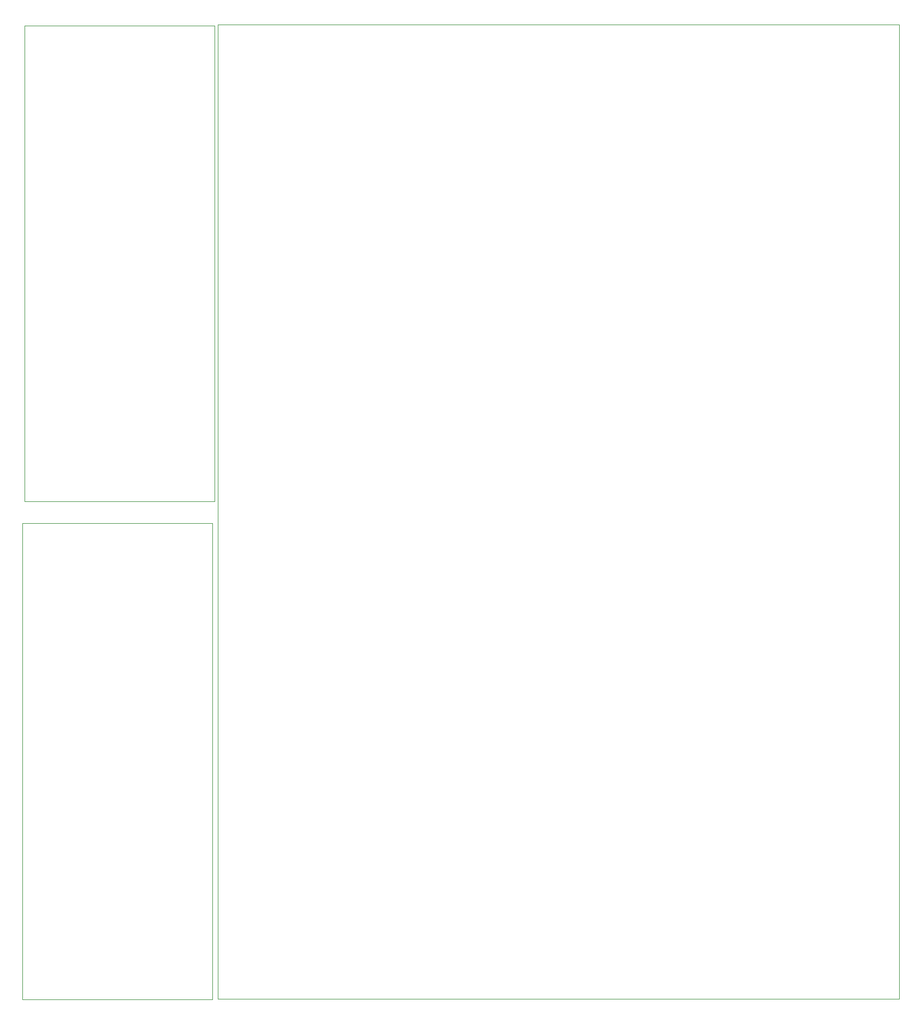
<source format=gbr>
%TF.GenerationSoftware,KiCad,Pcbnew,(7.0.0)*%
%TF.CreationDate,2024-10-30T08:51:02+03:30*%
%TF.ProjectId,tester supply,74657374-6572-4207-9375-70706c792e6b,rev?*%
%TF.SameCoordinates,Original*%
%TF.FileFunction,Profile,NP*%
%FSLAX46Y46*%
G04 Gerber Fmt 4.6, Leading zero omitted, Abs format (unit mm)*
G04 Created by KiCad (PCBNEW (7.0.0)) date 2024-10-30 08:51:02*
%MOMM*%
%LPD*%
G01*
G04 APERTURE LIST*
%TA.AperFunction,Profile*%
%ADD10C,0.100000*%
%TD*%
G04 APERTURE END LIST*
D10*
X126430000Y-175550000D02*
X126430000Y-101780000D01*
X126430000Y-101780000D02*
X155860000Y-101780000D01*
X155900000Y-175550000D02*
X126430000Y-175550000D01*
X155900000Y-101780000D02*
X155900000Y-175550000D01*
X156230000Y-24610000D02*
X156230000Y-98380000D01*
X156230000Y-98380000D02*
X126800000Y-98380000D01*
X126760000Y-24610000D02*
X156230000Y-24610000D01*
X126760000Y-98380000D02*
X126760000Y-24610000D01*
X156800000Y-175480000D02*
X262400000Y-175480000D01*
X262400000Y-24480000D02*
X156800000Y-24480000D01*
X156800000Y-24480000D02*
X156800000Y-175480000D01*
X262400000Y-24480000D02*
X262400000Y-175480000D01*
M02*

</source>
